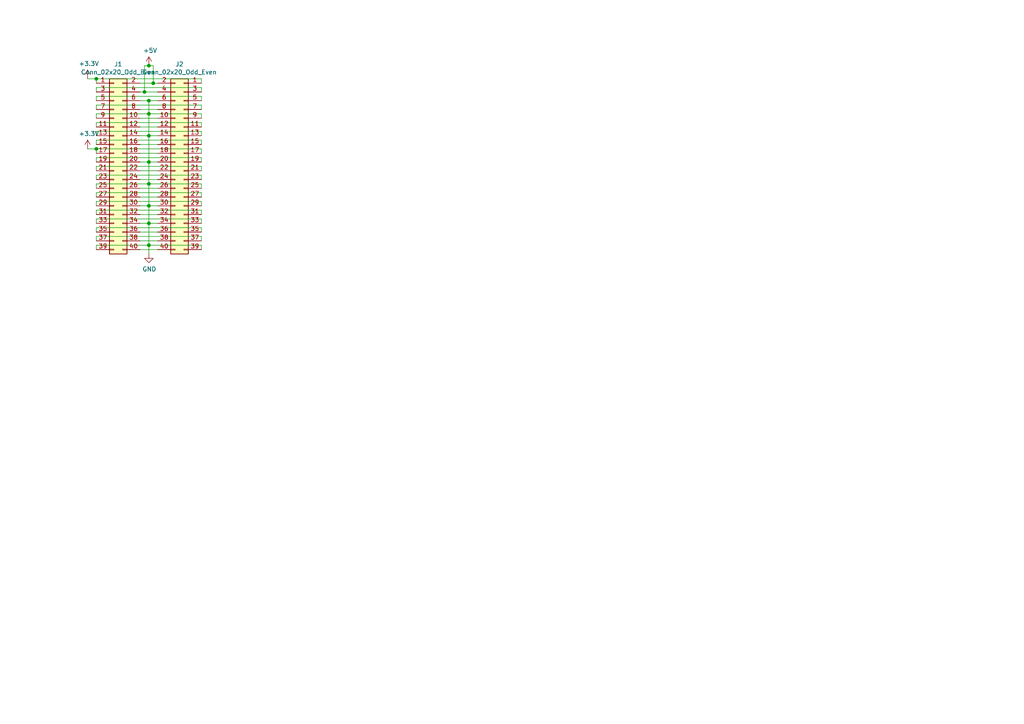
<source format=kicad_sch>
(kicad_sch (version 20211123) (generator eeschema)
  (paper "A4")
  (title_block (title "pi-bridge-9mm-2.0"))
  (lib_symbols
    (symbol "Connector_Generic:Conn_02x20_Odd_Even" (pin_names (offset 1.016) hide)
      (property "Reference" "J" (at 1.27 25.4 0))
      (property "Value" "Conn_02x20_Odd_Even" (at 1.27 -27.94 0))
      (symbol "Conn_02x20_Odd_Even_1_1"
        (rectangle (start -1.27 -25.273) (end 0 -25.527) (stroke (width 0.1524)))
        (rectangle (start -1.27 -22.733) (end 0 -22.987) (stroke (width 0.1524)))
        (rectangle (start -1.27 -20.193) (end 0 -20.447) (stroke (width 0.1524)))
        (rectangle (start -1.27 -17.653) (end 0 -17.907) (stroke (width 0.1524)))
        (rectangle (start -1.27 -15.113) (end 0 -15.367) (stroke (width 0.1524)))
        (rectangle (start -1.27 -12.573) (end 0 -12.827) (stroke (width 0.1524)))
        (rectangle (start -1.27 -10.033) (end 0 -10.287) (stroke (width 0.1524)))
        (rectangle (start -1.27 -7.493) (end 0 -7.747) (stroke (width 0.1524)))
        (rectangle (start -1.27 -4.953) (end 0 -5.207) (stroke (width 0.1524)))
        (rectangle (start -1.27 -2.413) (end 0 -2.667) (stroke (width 0.1524)))
        (rectangle (start -1.27 0.127) (end 0 -0.127) (stroke (width 0.1524)))
        (rectangle (start -1.27 2.667) (end 0 2.413) (stroke (width 0.1524)))
        (rectangle (start -1.27 5.207) (end 0 4.953) (stroke (width 0.1524)))
        (rectangle (start -1.27 7.747) (end 0 7.493) (stroke (width 0.1524)))
        (rectangle (start -1.27 10.287) (end 0 10.033) (stroke (width 0.1524)))
        (rectangle (start -1.27 12.827) (end 0 12.573) (stroke (width 0.1524)))
        (rectangle (start -1.27 15.367) (end 0 15.113) (stroke (width 0.1524)))
        (rectangle (start -1.27 17.907) (end 0 17.653) (stroke (width 0.1524)))
        (rectangle (start -1.27 20.447) (end 0 20.193) (stroke (width 0.1524)))
        (rectangle (start -1.27 22.987) (end 0 22.733) (stroke (width 0.1524)))
        (rectangle (start -1.27 24.13) (end 3.81 -26.67) (stroke (width 0.254)) (fill (type background)))
        (rectangle (start 3.81 -25.273) (end 2.54 -25.527) (stroke (width 0.1524)))
        (rectangle (start 3.81 -22.733) (end 2.54 -22.987) (stroke (width 0.1524)))
        (rectangle (start 3.81 -20.193) (end 2.54 -20.447) (stroke (width 0.1524)))
        (rectangle (start 3.81 -17.653) (end 2.54 -17.907) (stroke (width 0.1524)))
        (rectangle (start 3.81 -15.113) (end 2.54 -15.367) (stroke (width 0.1524)))
        (rectangle (start 3.81 -12.573) (end 2.54 -12.827) (stroke (width 0.1524)))
        (rectangle (start 3.81 -10.033) (end 2.54 -10.287) (stroke (width 0.1524)))
        (rectangle (start 3.81 -7.493) (end 2.54 -7.747) (stroke (width 0.1524)))
        (rectangle (start 3.81 -4.953) (end 2.54 -5.207) (stroke (width 0.1524)))
        (rectangle (start 3.81 -2.413) (end 2.54 -2.667) (stroke (width 0.1524)))
        (rectangle (start 3.81 0.127) (end 2.54 -0.127) (stroke (width 0.1524)))
        (rectangle (start 3.81 2.667) (end 2.54 2.413) (stroke (width 0.1524)))
        (rectangle (start 3.81 5.207) (end 2.54 4.953) (stroke (width 0.1524)))
        (rectangle (start 3.81 7.747) (end 2.54 7.493) (stroke (width 0.1524)))
        (rectangle (start 3.81 10.287) (end 2.54 10.033) (stroke (width 0.1524)))
        (rectangle (start 3.81 12.827) (end 2.54 12.573) (stroke (width 0.1524)))
        (rectangle (start 3.81 15.367) (end 2.54 15.113) (stroke (width 0.1524)))
        (rectangle (start 3.81 17.907) (end 2.54 17.653) (stroke (width 0.1524)))
        (rectangle (start 3.81 20.447) (end 2.54 20.193) (stroke (width 0.1524)))
        (rectangle (start 3.81 22.987) (end 2.54 22.733) (stroke (width 0.1524)))
        (pin passive line (at -5.08 22.86 0) (length 3.81) (name "Pin_1") (number "1"))
        (pin passive line (at 7.62 12.7 180) (length 3.81) (name "Pin_10") (number "10"))
        (pin passive line (at -5.08 10.16 0) (length 3.81) (name "Pin_11") (number "11"))
        (pin passive line (at 7.62 10.16 180) (length 3.81) (name "Pin_12") (number "12"))
        (pin passive line (at -5.08 7.62 0) (length 3.81) (name "Pin_13") (number "13"))
        (pin passive line (at 7.62 7.62 180) (length 3.81) (name "Pin_14") (number "14"))
        (pin passive line (at -5.08 5.08 0) (length 3.81) (name "Pin_15") (number "15"))
        (pin passive line (at 7.62 5.08 180) (length 3.81) (name "Pin_16") (number "16"))
        (pin passive line (at -5.08 2.54 0) (length 3.81) (name "Pin_17") (number "17"))
        (pin passive line (at 7.62 2.54 180) (length 3.81) (name "Pin_18") (number "18"))
        (pin passive line (at -5.08 0 0) (length 3.81) (name "Pin_19") (number "19"))
        (pin passive line (at 7.62 22.86 180) (length 3.81) (name "Pin_2") (number "2"))
        (pin passive line (at 7.62 0 180) (length 3.81) (name "Pin_20") (number "20"))
        (pin passive line (at -5.08 -2.54 0) (length 3.81) (name "Pin_21") (number "21"))
        (pin passive line (at 7.62 -2.54 180) (length 3.81) (name "Pin_22") (number "22"))
        (pin passive line (at -5.08 -5.08 0) (length 3.81) (name "Pin_23") (number "23"))
        (pin passive line (at 7.62 -5.08 180) (length 3.81) (name "Pin_24") (number "24"))
        (pin passive line (at -5.08 -7.62 0) (length 3.81) (name "Pin_25") (number "25"))
        (pin passive line (at 7.62 -7.62 180) (length 3.81) (name "Pin_26") (number "26"))
        (pin passive line (at -5.08 -10.16 0) (length 3.81) (name "Pin_27") (number "27"))
        (pin passive line (at 7.62 -10.16 180) (length 3.81) (name "Pin_28") (number "28"))
        (pin passive line (at -5.08 -12.7 0) (length 3.81) (name "Pin_29") (number "29"))
        (pin passive line (at -5.08 20.32 0) (length 3.81) (name "Pin_3") (number "3"))
        (pin passive line (at 7.62 -12.7 180) (length 3.81) (name "Pin_30") (number "30"))
        (pin passive line (at -5.08 -15.24 0) (length 3.81) (name "Pin_31") (number "31"))
        (pin passive line (at 7.62 -15.24 180) (length 3.81) (name "Pin_32") (number "32"))
        (pin passive line (at -5.08 -17.78 0) (length 3.81) (name "Pin_33") (number "33"))
        (pin passive line (at 7.62 -17.78 180) (length 3.81) (name "Pin_34") (number "34"))
        (pin passive line (at -5.08 -20.32 0) (length 3.81) (name "Pin_35") (number "35"))
        (pin passive line (at 7.62 -20.32 180) (length 3.81) (name "Pin_36") (number "36"))
        (pin passive line (at -5.08 -22.86 0) (length 3.81) (name "Pin_37") (number "37"))
        (pin passive line (at 7.62 -22.86 180) (length 3.81) (name "Pin_38") (number "38"))
        (pin passive line (at -5.08 -25.4 0) (length 3.81) (name "Pin_39") (number "39"))
        (pin passive line (at 7.62 20.32 180) (length 3.81) (name "Pin_4") (number "4"))
        (pin passive line (at 7.62 -25.4 180) (length 3.81) (name "Pin_40") (number "40"))
        (pin passive line (at -5.08 17.78 0) (length 3.81) (name "Pin_5") (number "5"))
        (pin passive line (at 7.62 17.78 180) (length 3.81) (name "Pin_6") (number "6"))
        (pin passive line (at -5.08 15.24 0) (length 3.81) (name "Pin_7") (number "7"))
        (pin passive line (at 7.62 15.24 180) (length 3.81) (name "Pin_8") (number "8"))
        (pin passive line (at -5.08 12.7 0) (length 3.81) (name "Pin_9") (number "9"))
      )
    )
    (symbol "power:+3.3V" (power) (pin_names (offset 0))
      (property "Value" "+3.3V" (at 0 3.556 0))
      (symbol "+3.3V_0_1"
        (polyline (pts (xy -0.762 1.27) (xy 0 2.54)))
        (polyline (pts (xy 0 0) (xy 0 2.54)))
        (polyline (pts (xy 0 2.54) (xy 0.762 1.27)))
      )
      (symbol "+3.3V_1_1"
        (pin power_in line (at 0 0 90) (length 0) hide (name "+3.3V") (number "1"))
      )
    )
    (symbol "power:+5V" (power) (pin_names (offset 0))
      (property "Value" "+5V" (at 0 3.556 0))
      (symbol "+5V_0_1"
        (polyline (pts (xy -0.762 1.27) (xy 0 2.54)))
        (polyline (pts (xy 0 0) (xy 0 2.54)))
        (polyline (pts (xy 0 2.54) (xy 0.762 1.27)))
      )
      (symbol "+5V_1_1"
        (pin power_in line (at 0 0 90) (length 0) hide (name "+5V") (number "1"))
      )
    )
    (symbol "power:GND" (power) (pin_names (offset 0))
      (property "Value" "GND" (at 0 -3.81 0))
      (symbol "GND_0_1"
        (polyline (pts (xy 0 0) (xy 0 -1.27) (xy 1.27 -1.27) (xy 0 -2.54) (xy -1.27 -1.27) (xy 0 -1.27)))
      )
      (symbol "GND_1_1"
        (pin power_in line (at 0 0 270) (length 0) hide (name "GND") (number "1"))
      )
    )
  )
  (junction (at 43.18 19.05))
  (junction (at 43.18 39.37))
  (junction (at 43.18 59.69))
  (junction (at 43.18 33.02))
  (junction (at 27.94 22.86))
  (junction (at 43.18 71.12))
  (junction (at 27.94 43.18))
  (junction (at 43.18 29.21))
  (junction (at 41.91 26.67))
  (junction (at 43.18 64.77))
  (junction (at 44.45 24.13))
  (junction (at 43.18 53.34))
  (junction (at 43.18 46.99))
  (wire (pts (xy 58.42 22.86) (xy 58.42 24.13)))
  (wire (pts (xy 43.18 19.05) (xy 44.45 19.05)))
  (wire (pts (xy 27.94 34.29) (xy 27.94 33.02)))
  (wire (pts (xy 40.64 39.37) (xy 43.18 39.37)))
  (wire (pts (xy 27.94 29.21) (xy 27.94 27.94)))
  (wire (pts (xy 40.64 34.29) (xy 45.72 34.29)))
  (wire (pts (xy 27.94 63.5) (xy 58.42 63.5)))
  (wire (pts (xy 58.42 40.64) (xy 58.42 41.91)))
  (wire (pts (xy 27.94 30.48) (xy 58.42 30.48)))
  (wire (pts (xy 43.18 59.69) (xy 43.18 64.77)))
  (wire (pts (xy 58.42 35.56) (xy 58.42 36.83)))
  (wire (pts (xy 43.18 29.21) (xy 45.72 29.21)))
  (wire (pts (xy 40.64 41.91) (xy 45.72 41.91)))
  (wire (pts (xy 58.42 45.72) (xy 58.42 46.99)))
  (wire (pts (xy 43.18 19.05) (xy 41.91 19.05)))
  (wire (pts (xy 40.64 46.99) (xy 43.18 46.99)))
  (wire (pts (xy 43.18 53.34) (xy 43.18 59.69)))
  (wire (pts (xy 40.64 57.15) (xy 45.72 57.15)))
  (wire (pts (xy 40.64 49.53) (xy 45.72 49.53)))
  (wire (pts (xy 58.42 38.1) (xy 58.42 39.37)))
  (wire (pts (xy 40.64 31.75) (xy 45.72 31.75)))
  (wire (pts (xy 43.18 39.37) (xy 45.72 39.37)))
  (wire (pts (xy 27.94 39.37) (xy 27.94 38.1)))
  (wire (pts (xy 58.42 55.88) (xy 58.42 57.15)))
  (wire (pts (xy 27.94 27.94) (xy 58.42 27.94)))
  (wire (pts (xy 27.94 71.12) (xy 43.18 71.12)))
  (wire (pts (xy 58.42 43.18) (xy 58.42 44.45)))
  (wire (pts (xy 58.42 66.04) (xy 58.42 67.31)))
  (wire (pts (xy 44.45 19.05) (xy 44.45 24.13)))
  (wire (pts (xy 27.94 53.34) (xy 43.18 53.34)))
  (wire (pts (xy 58.42 68.58) (xy 58.42 69.85)))
  (wire (pts (xy 40.64 62.23) (xy 45.72 62.23)))
  (wire (pts (xy 40.64 67.31) (xy 45.72 67.31)))
  (wire (pts (xy 58.42 63.5) (xy 58.42 64.77)))
  (wire (pts (xy 27.94 55.88) (xy 58.42 55.88)))
  (wire (pts (xy 43.18 64.77) (xy 43.18 71.12)))
  (wire (pts (xy 27.94 54.61) (xy 27.94 53.34)))
  (wire (pts (xy 25.4 22.86) (xy 27.94 22.86)))
  (wire (pts (xy 40.64 24.13) (xy 44.45 24.13)))
  (wire (pts (xy 43.18 33.02) (xy 43.18 39.37)))
  (wire (pts (xy 27.94 38.1) (xy 58.42 38.1)))
  (wire (pts (xy 27.94 22.86) (xy 58.42 22.86)))
  (wire (pts (xy 43.18 71.12) (xy 58.42 71.12)))
  (wire (pts (xy 58.42 58.42) (xy 58.42 59.69)))
  (wire (pts (xy 43.18 39.37) (xy 43.18 46.99)))
  (wire (pts (xy 58.42 48.26) (xy 58.42 49.53)))
  (wire (pts (xy 43.18 59.69) (xy 45.72 59.69)))
  (wire (pts (xy 27.94 64.77) (xy 27.94 63.5)))
  (wire (pts (xy 58.42 60.96) (xy 58.42 62.23)))
  (wire (pts (xy 40.64 26.67) (xy 41.91 26.67)))
  (wire (pts (xy 27.94 69.85) (xy 27.94 68.58)))
  (wire (pts (xy 27.94 49.53) (xy 27.94 48.26)))
  (wire (pts (xy 43.18 33.02) (xy 43.18 29.21)))
  (wire (pts (xy 27.94 33.02) (xy 43.18 33.02)))
  (wire (pts (xy 40.64 59.69) (xy 43.18 59.69)))
  (wire (pts (xy 27.94 31.75) (xy 27.94 30.48)))
  (wire (pts (xy 58.42 33.02) (xy 58.42 34.29)))
  (wire (pts (xy 40.64 52.07) (xy 45.72 52.07)))
  (wire (pts (xy 43.18 33.02) (xy 58.42 33.02)))
  (wire (pts (xy 43.18 53.34) (xy 58.42 53.34)))
  (wire (pts (xy 27.94 45.72) (xy 58.42 45.72)))
  (wire (pts (xy 27.94 52.07) (xy 27.94 50.8)))
  (wire (pts (xy 41.91 19.05) (xy 41.91 26.67)))
  (wire (pts (xy 27.94 40.64) (xy 58.42 40.64)))
  (wire (pts (xy 27.94 46.99) (xy 27.94 45.72)))
  (wire (pts (xy 41.91 26.67) (xy 45.72 26.67)))
  (wire (pts (xy 27.94 41.91) (xy 27.94 40.64)))
  (wire (pts (xy 43.18 46.99) (xy 45.72 46.99)))
  (wire (pts (xy 40.64 69.85) (xy 45.72 69.85)))
  (wire (pts (xy 40.64 72.39) (xy 45.72 72.39)))
  (wire (pts (xy 27.94 44.45) (xy 27.94 43.18)))
  (wire (pts (xy 27.94 43.18) (xy 58.42 43.18)))
  (wire (pts (xy 27.94 24.13) (xy 27.94 22.86)))
  (wire (pts (xy 27.94 48.26) (xy 58.42 48.26)))
  (wire (pts (xy 40.64 64.77) (xy 43.18 64.77)))
  (wire (pts (xy 27.94 57.15) (xy 27.94 55.88)))
  (wire (pts (xy 58.42 27.94) (xy 58.42 29.21)))
  (wire (pts (xy 25.4 43.18) (xy 27.94 43.18)))
  (wire (pts (xy 27.94 36.83) (xy 27.94 35.56)))
  (wire (pts (xy 27.94 59.69) (xy 27.94 58.42)))
  (wire (pts (xy 27.94 66.04) (xy 58.42 66.04)))
  (wire (pts (xy 27.94 50.8) (xy 58.42 50.8)))
  (wire (pts (xy 40.64 54.61) (xy 45.72 54.61)))
  (wire (pts (xy 40.64 36.83) (xy 45.72 36.83)))
  (wire (pts (xy 27.94 26.67) (xy 27.94 25.4)))
  (wire (pts (xy 58.42 25.4) (xy 58.42 26.67)))
  (wire (pts (xy 40.64 44.45) (xy 45.72 44.45)))
  (wire (pts (xy 58.42 53.34) (xy 58.42 54.61)))
  (wire (pts (xy 58.42 30.48) (xy 58.42 31.75)))
  (wire (pts (xy 27.94 60.96) (xy 58.42 60.96)))
  (wire (pts (xy 27.94 68.58) (xy 58.42 68.58)))
  (wire (pts (xy 27.94 62.23) (xy 27.94 60.96)))
  (wire (pts (xy 43.18 46.99) (xy 43.18 53.34)))
  (wire (pts (xy 58.42 50.8) (xy 58.42 52.07)))
  (wire (pts (xy 58.42 71.12) (xy 58.42 72.39)))
  (wire (pts (xy 27.94 25.4) (xy 58.42 25.4)))
  (wire (pts (xy 27.94 72.39) (xy 27.94 71.12)))
  (wire (pts (xy 43.18 64.77) (xy 45.72 64.77)))
  (wire (pts (xy 27.94 58.42) (xy 58.42 58.42)))
  (wire (pts (xy 44.45 24.13) (xy 45.72 24.13)))
  (wire (pts (xy 27.94 35.56) (xy 58.42 35.56)))
  (wire (pts (xy 27.94 67.31) (xy 27.94 66.04)))
  (wire (pts (xy 43.18 71.12) (xy 43.18 73.66)))
  (wire (pts (xy 40.64 29.21) (xy 43.18 29.21)))
  (symbol (lib_id "Connector_Generic:Conn_02x20_Odd_Even") (at 53.34 46.99 0) (mirror y) (unit 1)
    (property "Reference" "J2" (at 52.07 18.6182 0))
    (property "Value" "Conn_02x20_Odd_Even" (at 52.07 20.9296 0))
    (property "Footprint" "PinSocket_2x20_P2.54mm_Vertical_1_04mm" (effects hide))
  )
  (symbol (lib_id "power:GND") (at 43.18 73.66 0) (unit 1)
    (property "Reference" "#PWR0175" (effects hide))
    (property "Value" "GND" (at 43.307 78.0542 0))
  )
  (symbol (lib_id "Connector_Generic:Conn_02x20_Odd_Even") (at 33.02 46.99 0) (unit 1)
    (property "Reference" "J1" (at 34.29 18.6182 0))
    (property "Value" "Conn_02x20_Odd_Even" (at 34.29 20.9296 0))
    (property "Footprint" "PinSocket_2x20_P2.54mm_Vertical_1_04mm" (effects hide))
  )
  (symbol (lib_id "power:+3.3V") (at 25.4 22.86 0) (unit 1)
    (property "Reference" "#PWR0180" (effects hide))
    (property "Value" "+3.3V" (at 25.781 18.4658 0))
  )
  (symbol (lib_id "power:+3.3V") (at 25.4 43.18 0) (unit 1)
    (property "Reference" "#PWR0181" (effects hide))
    (property "Value" "+3.3V" (at 25.781 38.7858 0))
  )
  (symbol (lib_id "power:+5V") (at 43.18 19.05 0) (unit 1)
    (property "Reference" "#PWR0101" (effects hide))
    (property "Value" "+5V" (at 43.561 14.6558 0))
  )
)
</source>
